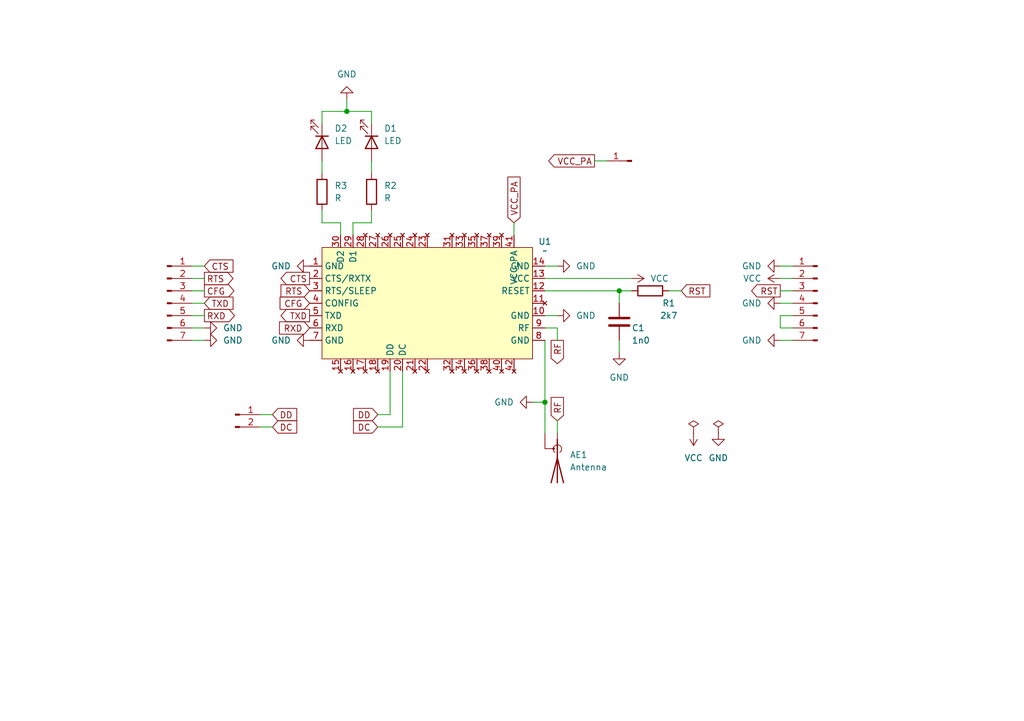
<source format=kicad_sch>
(kicad_sch (version 20231120) (generator "eeschema") (generator_version "8.0")
  (paper "A5")
  (lib_symbols
    (symbol "Connector:Conn_01x01_Pin" (pin_names (offset 1.016) hide)
      (property "Reference" "J" (at 0 2.54 0))
      (property "Value" "Conn_01x01_Pin" (at 0 -2.54 0))
      (symbol "Conn_01x01_Pin_1_1"
        (polyline (pts (xy 1.27 0) (xy 0.8636 0)) (stroke (width 0.1524)))
        (rectangle (start 0.8636 0.127) (end 0 -0.127) (stroke (width 0.1524)) (fill (type outline)))
        (pin passive line (at 5.08 0 180) (length 3.81) (name "Pin_1") (number "1"))
      )
    )
    (symbol "Connector:Conn_01x02_Pin" (pin_names (offset 1.016) hide)
      (property "Reference" "J" (at 0 2.54 0))
      (property "Value" "Conn_01x02_Pin" (at 0 -5.08 0))
      (symbol "Conn_01x02_Pin_1_1"
        (polyline (pts (xy 1.27 -2.54) (xy 0.8636 -2.54)) (stroke (width 0.1524)))
        (polyline (pts (xy 1.27 0) (xy 0.8636 0)) (stroke (width 0.1524)))
        (rectangle (start 0.8636 -2.413) (end 0 -2.667) (stroke (width 0.1524)) (fill (type outline)))
        (rectangle (start 0.8636 0.127) (end 0 -0.127) (stroke (width 0.1524)) (fill (type outline)))
        (pin passive line (at 5.08 0 180) (length 3.81) (name "Pin_1") (number "1"))
        (pin passive line (at 5.08 -2.54 180) (length 3.81) (name "Pin_2") (number "2"))
      )
    )
    (symbol "Connector:Conn_01x07_Pin" (pin_names (offset 1.016) hide)
      (property "Reference" "J" (at 0 10.16 0))
      (property "Value" "Conn_01x07_Pin" (at 0 -10.16 0))
      (symbol "Conn_01x07_Pin_1_1"
        (polyline (pts (xy 1.27 -7.62) (xy 0.8636 -7.62)) (stroke (width 0.1524)))
        (polyline (pts (xy 1.27 -5.08) (xy 0.8636 -5.08)) (stroke (width 0.1524)))
        (polyline (pts (xy 1.27 -2.54) (xy 0.8636 -2.54)) (stroke (width 0.1524)))
        (polyline (pts (xy 1.27 0) (xy 0.8636 0)) (stroke (width 0.1524)))
        (polyline (pts (xy 1.27 2.54) (xy 0.8636 2.54)) (stroke (width 0.1524)))
        (polyline (pts (xy 1.27 5.08) (xy 0.8636 5.08)) (stroke (width 0.1524)))
        (polyline (pts (xy 1.27 7.62) (xy 0.8636 7.62)) (stroke (width 0.1524)))
        (rectangle (start 0.8636 -7.493) (end 0 -7.747) (stroke (width 0.1524)) (fill (type outline)))
        (rectangle (start 0.8636 -4.953) (end 0 -5.207) (stroke (width 0.1524)) (fill (type outline)))
        (rectangle (start 0.8636 -2.413) (end 0 -2.667) (stroke (width 0.1524)) (fill (type outline)))
        (rectangle (start 0.8636 0.127) (end 0 -0.127) (stroke (width 0.1524)) (fill (type outline)))
        (rectangle (start 0.8636 2.667) (end 0 2.413) (stroke (width 0.1524)) (fill (type outline)))
        (rectangle (start 0.8636 5.207) (end 0 4.953) (stroke (width 0.1524)) (fill (type outline)))
        (rectangle (start 0.8636 7.747) (end 0 7.493) (stroke (width 0.1524)) (fill (type outline)))
        (pin passive line (at 5.08 7.62 180) (length 3.81) (name "Pin_1") (number "1"))
        (pin passive line (at 5.08 5.08 180) (length 3.81) (name "Pin_2") (number "2"))
        (pin passive line (at 5.08 2.54 180) (length 3.81) (name "Pin_3") (number "3"))
        (pin passive line (at 5.08 0 180) (length 3.81) (name "Pin_4") (number "4"))
        (pin passive line (at 5.08 -2.54 180) (length 3.81) (name "Pin_5") (number "5"))
        (pin passive line (at 5.08 -5.08 180) (length 3.81) (name "Pin_6") (number "6"))
        (pin passive line (at 5.08 -7.62 180) (length 3.81) (name "Pin_7") (number "7"))
      )
    )
    (symbol "Device:Antenna_Shield" (pin_numbers hide) (pin_names (offset 1.016) hide)
      (property "Reference" "AE" (at -1.905 4.445 0))
      (property "Value" "Antenna_Shield" (at -1.905 2.54 0))
      (symbol "Antenna_Shield_0_1"
        (arc (start -0.508 -1.143) (mid -0.8485 -2.1032) (end 0 -2.667))
        (arc (start 0 -2.667) (mid 0.8047 -2.0885) (end 0.508 -1.143))
        (polyline (pts (xy 0 -2.54) (xy 0 0)))
        (polyline (pts (xy 0 5.08) (xy 0 -3.81)) (stroke (width 0.254)))
        (polyline (pts (xy 0.762 -1.905) (xy 2.54 -1.905)))
        (polyline (pts (xy 2.54 -2.54) (xy 2.54 -1.905)))
        (polyline (pts (xy 1.27 5.08) (xy 0 0) (xy -1.27 5.08)) (stroke (width 0.254)))
        (circle (center 0.762 -1.905) (radius 0.1778) (fill (type outline)))
      )
      (symbol "Antenna_Shield_1_1"
        (pin input line (at 0 -5.08 90) (length 2.54) (name "A") (number "1"))
        (pin input line (at 2.54 -5.08 90) (length 2.54) (name "Shield") (number "2"))
      )
    )
    (symbol "Device:C" (pin_numbers hide) (pin_names (offset 0.254))
      (property "Reference" "C" (at 0.635 2.54 0))
      (property "Value" "C" (at 0.635 -2.54 0))
      (symbol "C_0_1"
        (polyline (pts (xy -2.032 -0.762) (xy 2.032 -0.762)) (stroke (width 0.508)))
        (polyline (pts (xy -2.032 0.762) (xy 2.032 0.762)) (stroke (width 0.508)))
      )
      (symbol "C_1_1"
        (pin passive line (at 0 3.81 270) (length 2.794) (name "~") (number "1"))
        (pin passive line (at 0 -3.81 90) (length 2.794) (name "~") (number "2"))
      )
    )
    (symbol "Device:LED" (pin_numbers hide) (pin_names (offset 1.016) hide)
      (property "Reference" "D" (at 0 2.54 0))
      (property "Value" "LED" (at 0 -2.54 0))
      (symbol "LED_0_1"
        (polyline (pts (xy -1.27 -1.27) (xy -1.27 1.27)) (stroke (width 0.254)))
        (polyline (pts (xy -1.27 0) (xy 1.27 0)))
        (polyline (pts (xy 1.27 -1.27) (xy 1.27 1.27) (xy -1.27 0) (xy 1.27 -1.27)) (stroke (width 0.254)))
        (polyline (pts (xy -3.048 -0.762) (xy -4.572 -2.286) (xy -3.81 -2.286) (xy -4.572 -2.286) (xy -4.572 -1.524)))
        (polyline (pts (xy -1.778 -0.762) (xy -3.302 -2.286) (xy -2.54 -2.286) (xy -3.302 -2.286) (xy -3.302 -1.524)))
      )
      (symbol "LED_1_1"
        (pin passive line (at -3.81 0 0) (length 2.54) (name "K") (number "1"))
        (pin passive line (at 3.81 0 180) (length 2.54) (name "A") (number "2"))
      )
    )
    (symbol "Device:R" (pin_numbers hide) (pin_names (offset 0))
      (property "Reference" "R" (at 2.032 0 90))
      (property "Value" "R" (at 0 0 90))
      (symbol "R_0_1"
        (rectangle (start -1.016 -2.54) (end 1.016 2.54) (stroke (width 0.254)))
      )
      (symbol "R_1_1"
        (pin passive line (at 0 3.81 270) (length 1.27) (name "~") (number "1"))
        (pin passive line (at 0 -3.81 90) (length 1.27) (name "~") (number "2"))
      )
    )
    (symbol "GND_1" (power) (pin_names (offset 0))
      (property "Value" "GND_1" (at 0 -3.81 0))
      (symbol "GND_1_0_1"
        (polyline (pts (xy 0 0) (xy 0 -1.27) (xy 1.27 -1.27) (xy 0 -2.54) (xy -1.27 -1.27) (xy 0 -1.27)))
      )
      (symbol "GND_1_1_1"
        (pin power_in line (at 0 0 270) (length 0) hide (name "GND") (number "1"))
      )
    )
    (symbol "New_Library:RC1780"
      (property "Reference" "U" (at 0 0 0))
      (symbol "RC1780_0_1"
        (rectangle (start 2.54 -2.54) (end 45.72 -25.4) (fill (type background)))
      )
      (symbol "RC1780_1_1"
        (pin power_in line (at 0 -6.35 0) (length 2.54) (name "GND") (number "1"))
        (pin power_in line (at 48.26 -16.51 180) (length 2.54) (name "GND") (number "10"))
        (pin no_connect line (at 48.26 -13.97 180) (length 2.54) (name "") (number "11"))
        (pin input line (at 48.26 -11.43 180) (length 2.54) (name "RESET") (number "12"))
        (pin power_in line (at 48.26 -8.89 180) (length 2.54) (name "VCC") (number "13"))
        (pin power_in line (at 48.26 -6.35 180) (length 2.54) (name "GND") (number "14"))
        (pin no_connect line (at 6.35 -27.94 90) (length 2.54) (name "") (number "15"))
        (pin no_connect line (at 8.89 -27.94 90) (length 2.54) (name "") (number "16"))
        (pin no_connect line (at 11.43 -27.94 90) (length 2.54) (name "") (number "17"))
        (pin no_connect line (at 13.97 -27.94 90) (length 2.54) (name "") (number "18"))
        (pin input line (at 16.51 -27.94 90) (length 2.54) (name "DD") (number "19"))
        (pin output line (at 0 -8.89 0) (length 2.54) (name "CTS/RXTX") (number "2"))
        (pin input line (at 19.05 -27.94 90) (length 2.54) (name "DC") (number "20"))
        (pin no_connect line (at 21.59 -27.94 90) (length 2.54) (name "") (number "21"))
        (pin no_connect line (at 24.13 -27.94 90) (length 2.54) (name "") (number "22"))
        (pin no_connect line (at 24.13 0 270) (length 2.54) (name "") (number "23"))
        (pin no_connect line (at 21.59 0 270) (length 2.54) (name "") (number "24"))
        (pin no_connect line (at 19.05 0 270) (length 2.54) (name "") (number "25"))
        (pin no_connect line (at 16.51 0 270) (length 2.54) (name "") (number "26"))
        (pin no_connect line (at 13.97 0 270) (length 2.54) (name "") (number "27"))
        (pin no_connect line (at 11.43 0 270) (length 2.54) (name "") (number "28"))
        (pin output line (at 8.89 0 270) (length 2.54) (name "D1") (number "29"))
        (pin input line (at 0 -11.43 0) (length 2.54) (name "RTS/SLEEP") (number "3"))
        (pin output line (at 6.35 0 270) (length 2.54) (name "D2") (number "30"))
        (pin no_connect line (at 29.21 0 270) (length 2.54) (name "") (number "31"))
        (pin no_connect line (at 29.21 -27.94 90) (length 2.54) (name "") (number "32"))
        (pin no_connect line (at 31.75 0 270) (length 2.54) (name "") (number "33"))
        (pin no_connect line (at 31.75 -27.94 90) (length 2.54) (name "") (number "34"))
        (pin no_connect line (at 34.29 0 270) (length 2.54) (name "") (number "35"))
        (pin no_connect line (at 34.29 -27.94 90) (length 2.54) (name "") (number "36"))
        (pin no_connect line (at 36.83 0 270) (length 2.54) (name "") (number "37"))
        (pin no_connect line (at 36.83 -27.94 90) (length 2.54) (name "") (number "38"))
        (pin no_connect line (at 39.37 0 270) (length 2.54) (name "") (number "39"))
        (pin input line (at 0 -13.97 0) (length 2.54) (name "CONFIG") (number "4"))
        (pin no_connect line (at 39.37 -27.94 90) (length 2.54) (name "") (number "40"))
        (pin power_in line (at 41.91 0 270) (length 2.54) (name "VCC_PA") (number "41"))
        (pin no_connect line (at 41.91 -27.94 90) (length 2.54) (name "") (number "42"))
        (pin output line (at 0 -16.51 0) (length 2.54) (name "TXD") (number "5"))
        (pin input line (at 0 -19.05 0) (length 2.54) (name "RXD") (number "6"))
        (pin power_in line (at 0 -21.59 0) (length 2.54) (name "GND") (number "7"))
        (pin power_in line (at 48.26 -21.59 180) (length 2.54) (name "GND") (number "8"))
        (pin output line (at 48.26 -19.05 180) (length 2.54) (name "RF") (number "9"))
      )
    )
    (symbol "PWR_FLAG_1" (power) (pin_numbers hide) (pin_names (offset 0) hide)
      (property "Value" "PWR_FLAG_1" (at 0 3.81 0))
      (symbol "PWR_FLAG_1_0_0"
        (pin power_out line (at 0 0 90) (length 0) (name "pwr") (number "1"))
      )
      (symbol "PWR_FLAG_1_0_1"
        (polyline (pts (xy 0 0) (xy 0 1.27) (xy -1.016 1.905) (xy 0 2.54) (xy 1.016 1.905) (xy 0 1.27)))
      )
    )
    (symbol "PWR_FLAG_2" (power) (pin_numbers hide) (pin_names (offset 0) hide)
      (property "Value" "PWR_FLAG_2" (at 0 3.81 0))
      (symbol "PWR_FLAG_2_0_0"
        (pin power_out line (at 0 0 90) (length 0) (name "pwr") (number "1"))
      )
      (symbol "PWR_FLAG_2_0_1"
        (polyline (pts (xy 0 0) (xy 0 1.27) (xy -1.016 1.905) (xy 0 2.54) (xy 1.016 1.905) (xy 0 1.27)))
      )
    )
    (symbol "VCC_1" (power) (pin_names (offset 0))
      (property "Value" "VCC_1" (at 0 3.81 0))
      (symbol "VCC_1_0_1"
        (polyline (pts (xy -0.762 1.27) (xy 0 2.54)))
        (polyline (pts (xy 0 0) (xy 0 2.54)))
        (polyline (pts (xy 0 2.54) (xy 0.762 1.27)))
      )
      (symbol "VCC_1_1_1"
        (pin power_in line (at 0 0 90) (length 0) hide (name "VCC") (number "1"))
      )
    )
    (symbol "power:GND" (power) (pin_names (offset 0))
      (property "Value" "GND" (at 0 -3.81 0))
      (symbol "GND_0_1"
        (polyline (pts (xy 0 0) (xy 0 -1.27) (xy 1.27 -1.27) (xy 0 -2.54) (xy -1.27 -1.27) (xy 0 -1.27)))
      )
      (symbol "GND_1_1"
        (pin power_in line (at 0 0 270) (length 0) hide (name "GND") (number "1"))
      )
    )
    (symbol "power:VCC" (power) (pin_names (offset 0))
      (property "Value" "VCC" (at 0 3.81 0))
      (symbol "VCC_0_1"
        (polyline (pts (xy -0.762 1.27) (xy 0 2.54)))
        (polyline (pts (xy 0 0) (xy 0 2.54)))
        (polyline (pts (xy 0 2.54) (xy 0.762 1.27)))
      )
      (symbol "VCC_1_1"
        (pin power_in line (at 0 0 90) (length 0) hide (name "VCC") (number "1"))
      )
    )
  )
  (junction (at 127 59.69))
  (junction (at 71.12 22.86))
  (junction (at 111.76 82.55))
  (wire (pts (xy 53.34 87.63) (xy 55.88 87.63)))
  (wire (pts (xy 39.37 57.15) (xy 41.91 57.15)))
  (wire (pts (xy 160.02 69.85) (xy 162.56 69.85)))
  (wire (pts (xy 109.22 82.55) (xy 111.76 82.55)))
  (wire (pts (xy 127 62.23) (xy 127 59.69)))
  (wire (pts (xy 72.39 45.72) (xy 76.2 45.72)))
  (wire (pts (xy 111.76 59.69) (xy 127 59.69)))
  (wire (pts (xy 66.04 25.4) (xy 66.04 22.86)))
  (wire (pts (xy 39.37 59.69) (xy 41.91 59.69)))
  (wire (pts (xy 137.16 59.69) (xy 139.7 59.69)))
  (wire (pts (xy 111.76 54.61) (xy 114.3 54.61)))
  (wire (pts (xy 111.76 82.55) (xy 111.76 88.9)))
  (wire (pts (xy 105.41 45.72) (xy 105.41 48.26)))
  (wire (pts (xy 71.12 22.86) (xy 76.2 22.86)))
  (wire (pts (xy 66.04 45.72) (xy 69.85 45.72)))
  (wire (pts (xy 66.04 22.86) (xy 71.12 22.86)))
  (wire (pts (xy 127 72.39) (xy 127 69.85)))
  (wire (pts (xy 160.02 67.31) (xy 162.56 67.31)))
  (wire (pts (xy 39.37 54.61) (xy 41.91 54.61)))
  (wire (pts (xy 111.76 69.85) (xy 111.76 82.55)))
  (wire (pts (xy 160.02 62.23) (xy 162.56 62.23)))
  (wire (pts (xy 160.02 57.15) (xy 162.56 57.15)))
  (wire (pts (xy 114.3 86.36) (xy 114.3 88.9)))
  (wire (pts (xy 72.39 48.26) (xy 72.39 45.72)))
  (wire (pts (xy 39.37 67.31) (xy 41.91 67.31)))
  (wire (pts (xy 114.3 67.31) (xy 114.3 69.85)))
  (wire (pts (xy 111.76 64.77) (xy 114.3 64.77)))
  (wire (pts (xy 160.02 54.61) (xy 162.56 54.61)))
  (wire (pts (xy 160.02 64.77) (xy 162.56 64.77)))
  (wire (pts (xy 71.12 20.32) (xy 71.12 22.86)))
  (wire (pts (xy 66.04 43.18) (xy 66.04 45.72)))
  (wire (pts (xy 53.34 85.09) (xy 55.88 85.09)))
  (wire (pts (xy 121.92 33.02) (xy 124.46 33.02)))
  (wire (pts (xy 76.2 33.02) (xy 76.2 35.56)))
  (wire (pts (xy 77.47 85.09) (xy 80.01 85.09)))
  (wire (pts (xy 111.76 57.15) (xy 129.54 57.15)))
  (wire (pts (xy 39.37 62.23) (xy 41.91 62.23)))
  (wire (pts (xy 39.37 69.85) (xy 41.91 69.85)))
  (wire (pts (xy 69.85 45.72) (xy 69.85 48.26)))
  (wire (pts (xy 160.02 64.77) (xy 160.02 67.31)))
  (wire (pts (xy 66.04 33.02) (xy 66.04 35.56)))
  (wire (pts (xy 82.55 76.2) (xy 82.55 87.63)))
  (wire (pts (xy 160.02 59.69) (xy 162.56 59.69)))
  (wire (pts (xy 127 59.69) (xy 129.54 59.69)))
  (wire (pts (xy 80.01 76.2) (xy 80.01 85.09)))
  (wire (pts (xy 76.2 43.18) (xy 76.2 45.72)))
  (wire (pts (xy 76.2 25.4) (xy 76.2 22.86)))
  (wire (pts (xy 111.76 67.31) (xy 114.3 67.31)))
  (wire (pts (xy 77.47 87.63) (xy 82.55 87.63)))
  (wire (pts (xy 39.37 64.77) (xy 41.91 64.77)))
  (global_label "TXD" (shape output) (at 63.5 64.77 180) (property "Intersheetrefs" "${INTERSHEET_REFS}" (effects (hide yes))))
  (global_label "RTS" (shape input) (at 63.5 59.69 180) (property "Intersheetrefs" "${INTERSHEET_REFS}" (effects (hide yes))))
  (global_label "TXD" (shape input) (at 41.91 62.23 0) (property "Intersheetrefs" "${INTERSHEET_REFS}" (effects (hide yes))))
  (global_label "RXD" (shape output) (at 41.91 64.77 0) (property "Intersheetrefs" "${INTERSHEET_REFS}" (effects (hide yes))))
  (global_label "RXD" (shape input) (at 63.5 67.31 180) (property "Intersheetrefs" "${INTERSHEET_REFS}" (effects (hide yes))))
  (global_label "CTS" (shape input) (at 41.91 54.61 0) (property "Intersheetrefs" "${INTERSHEET_REFS}" (effects (hide yes))))
  (global_label "DC" (shape input) (at 55.88 87.63 0) (property "Intersheetrefs" "${INTERSHEET_REFS}" (effects (hide yes))))
  (global_label "RF" (shape output) (at 114.3 69.85 270) (property "Intersheetrefs" "${INTERSHEET_REFS}" (effects (hide yes))))
  (global_label "DD" (shape input) (at 55.88 85.09 0) (property "Intersheetrefs" "${INTERSHEET_REFS}" (effects (hide yes))))
  (global_label "RST" (shape output) (at 160.02 59.69 180) (property "Intersheetrefs" "${INTERSHEET_REFS}" (effects (hide yes))))
  (global_label "DC" (shape input) (at 77.47 87.63 180) (property "Intersheetrefs" "${INTERSHEET_REFS}" (effects (hide yes))))
  (global_label "VCC_PA" (shape input) (at 105.41 45.72 90) (property "Intersheetrefs" "${INTERSHEET_REFS}" (effects (hide yes))))
  (global_label "DD" (shape input) (at 77.47 85.09 180) (property "Intersheetrefs" "${INTERSHEET_REFS}" (effects (hide yes))))
  (global_label "VCC_PA" (shape output) (at 121.92 33.02 180) (property "Intersheetrefs" "${INTERSHEET_REFS}" (effects (hide yes))))
  (global_label "RTS" (shape output) (at 41.91 57.15 0) (property "Intersheetrefs" "${INTERSHEET_REFS}" (effects (hide yes))))
  (global_label "RF" (shape input) (at 114.3 86.36 90) (property "Intersheetrefs" "${INTERSHEET_REFS}" (effects (hide yes))))
  (global_label "CFG" (shape input) (at 63.5 62.23 180) (property "Intersheetrefs" "${INTERSHEET_REFS}" (effects (hide yes))))
  (global_label "RST" (shape input) (at 139.7 59.69 0) (property "Intersheetrefs" "${INTERSHEET_REFS}" (effects (hide yes))))
  (global_label "CFG" (shape output) (at 41.91 59.69 0) (property "Intersheetrefs" "${INTERSHEET_REFS}" (effects (hide yes))))
  (global_label "CTS" (shape output) (at 63.5 57.15 180) (property "Intersheetrefs" "${INTERSHEET_REFS}" (effects (hide yes))))
  (symbol (lib_id "Device:C") (at 127 66.04 0) (unit 1)
    (property "Reference" "C1" (at 129.54 67.31 0) (effects (justify left)))
    (property "Value" "1n0" (at 129.54 69.85 0) (effects (justify left)))
    (property "Footprint" "Capacitor_SMD:C_0805_2012Metric_Pad1.18x1.45mm_HandSolder" (effects (hide yes)))
  )
  (symbol (lib_id "Connector:Conn_01x07_Pin") (at 167.64 62.23 0) (mirror y) (unit 1)
    (property "Reference" "J2" (effects (hide yes)))
    (property "Value" "Conn_01x07_Pin" (effects (hide yes)))
    (property "Footprint" "Connector_PinHeader_2.54mm:PinHeader_1x07_P2.54mm_Vertical" (effects (hide yes)))
  )
  (symbol (lib_name "PWR_FLAG_2") (lib_id "power:PWR_FLAG") (at 142.24 88.9 0) (unit 1)
    (property "Reference" "#FLG01" (effects (hide yes)))
    (property "Value" "PWR_FLAG" (effects (hide yes)))
  )
  (symbol (lib_name "GND_1") (lib_id "power:GND") (at 114.3 54.61 90) (unit 1)
    (property "Reference" "#PWR06" (effects (hide yes)))
    (property "Value" "GND" (at 118.11 54.61 90) (effects (justify right)))
  )
  (symbol (lib_name "GND_1") (lib_id "power:GND") (at 109.22 82.55 270) (unit 1)
    (property "Reference" "#PWR05" (effects (hide yes)))
    (property "Value" "GND" (at 105.41 82.55 90) (effects (justify right)))
  )
  (symbol (lib_name "VCC_1") (lib_id "power:VCC") (at 129.54 57.15 270) (unit 1)
    (property "Reference" "#PWR09" (effects (hide yes)))
    (property "Value" "VCC" (at 133.35 57.15 90) (effects (justify left)))
  )
  (symbol (lib_id "Device:R") (at 76.2 39.37 0) (unit 1)
    (property "Reference" "R2" (at 78.74 38.0999 0) (effects (justify left)))
    (property "Value" "R" (at 78.74 40.6399 0) (effects (justify left)))
    (property "Footprint" "Resistor_THT:R_Axial_DIN0207_L6.3mm_D2.5mm_P7.62mm_Horizontal" (effects (hide yes)))
    (property "Description" "Resistor" (effects (hide yes)))
  )
  (symbol (lib_id "Device:LED") (at 76.2 29.21 270) (unit 1)
    (property "Reference" "D1" (at 78.74 26.3524 90) (effects (justify left)))
    (property "Value" "LED" (at 78.74 28.8924 90) (effects (justify left)))
    (property "Footprint" "LED_THT:LED_D3.0mm" (effects (hide yes)))
    (property "Description" "Light emitting diode" (effects (hide yes)))
  )
  (symbol (lib_name "GND_1") (lib_id "power:GND") (at 127 72.39 0) (unit 1)
    (property "Reference" "#PWR08" (effects (hide yes)))
    (property "Value" "GND" (at 127 77.47 0))
  )
  (symbol (lib_name "GND_1") (lib_id "power:GND") (at 63.5 69.85 270) (unit 1)
    (property "Reference" "#PWR04" (effects (hide yes)))
    (property "Value" "GND" (at 59.69 69.85 90) (effects (justify right)))
  )
  (symbol (lib_id "Connector:Conn_01x01_Pin") (at 129.54 33.02 180) (unit 1)
    (property "Reference" "J4" (effects (hide yes)))
    (property "Value" "Conn_01x01_Pin" (effects (hide yes)))
    (property "Footprint" "Connector_PinHeader_2.54mm:PinHeader_1x01_P2.54mm_Vertical" (effects (hide yes)))
    (property "Description" "Generic connector, single row, 01x01, script generated" (effects (hide yes)))
  )
  (symbol (lib_id "Device:Antenna_Shield") (at 114.3 93.98 180) (unit 1)
    (property "Reference" "AE1" (at 116.84 93.3449 0) (effects (justify right)))
    (property "Value" "Antenna" (at 116.84 95.8849 0) (effects (justify right)))
    (property "Footprint" "Connector_Coaxial:SMA_Amphenol_901-144_Vertical" (effects (hide yes)))
  )
  (symbol (lib_id "power:VCC") (at 142.24 88.9 180) (unit 1)
    (property "Reference" "#PWR010" (effects (hide yes)))
    (property "Value" "VCC" (at 142.24 93.98 0))
  )
  (symbol (lib_id "Connector:Conn_01x07_Pin") (at 34.29 62.23 0) (unit 1)
    (property "Reference" "J1" (effects (hide yes)))
    (property "Value" "Conn_01x07_Pin" (effects (hide yes)))
    (property "Footprint" "Connector_PinHeader_2.54mm:PinHeader_1x07_P2.54mm_Vertical" (effects (hide yes)))
  )
  (symbol (lib_id "Device:R") (at 66.04 39.37 0) (unit 1)
    (property "Reference" "R3" (at 68.58 38.0999 0) (effects (justify left)))
    (property "Value" "R" (at 68.58 40.6399 0) (effects (justify left)))
    (property "Footprint" "Resistor_THT:R_Axial_DIN0207_L6.3mm_D2.5mm_P7.62mm_Horizontal" (effects (hide yes)))
    (property "Description" "Resistor" (effects (hide yes)))
  )
  (symbol (lib_name "GND_1") (lib_id "power:GND") (at 160.02 54.61 270) (unit 1)
    (property "Reference" "#PWR012" (effects (hide yes)))
    (property "Value" "GND" (at 156.21 54.61 90) (effects (justify right)))
  )
  (symbol (lib_name "GND_1") (lib_id "power:GND") (at 41.91 69.85 90) (unit 1)
    (property "Reference" "#PWR02" (effects (hide yes)))
    (property "Value" "GND" (at 45.72 69.85 90) (effects (justify right)))
  )
  (symbol (lib_name "GND_1") (lib_id "power:GND") (at 41.91 67.31 90) (unit 1)
    (property "Reference" "#PWR01" (effects (hide yes)))
    (property "Value" "GND" (at 45.72 67.31 90) (effects (justify right)))
  )
  (symbol (lib_name "GND_1") (lib_id "power:GND") (at 114.3 64.77 90) (unit 1)
    (property "Reference" "#PWR07" (effects (hide yes)))
    (property "Value" "GND" (at 118.11 64.77 90) (effects (justify right)))
  )
  (symbol (lib_id "Device:LED") (at 66.04 29.21 270) (unit 1)
    (property "Reference" "D2" (at 68.58 26.3524 90) (effects (justify left)))
    (property "Value" "LED" (at 68.58 28.8924 90) (effects (justify left)))
    (property "Footprint" "LED_THT:LED_D3.0mm" (effects (hide yes)))
    (property "Description" "Light emitting diode" (effects (hide yes)))
  )
  (symbol (lib_id "Connector:Conn_01x02_Pin") (at 48.26 85.09 0) (unit 1)
    (property "Reference" "J3" (effects (hide yes)))
    (property "Value" "Conn_01x02_Pin" (effects (hide yes)))
    (property "Footprint" "Connector_PinHeader_2.54mm:PinHeader_1x02_P2.54mm_Vertical" (effects (hide yes)))
  )
  (symbol (lib_name "GND_1") (lib_id "power:GND") (at 160.02 62.23 270) (unit 1)
    (property "Reference" "#PWR014" (effects (hide yes)))
    (property "Value" "GND" (at 156.21 62.23 90) (effects (justify right)))
  )
  (symbol (lib_name "GND_1") (lib_id "power:GND") (at 63.5 54.61 270) (unit 1)
    (property "Reference" "#PWR03" (effects (hide yes)))
    (property "Value" "GND" (at 59.69 54.61 90) (effects (justify right)))
  )
  (symbol (lib_id "Device:R") (at 133.35 59.69 270) (unit 1)
    (property "Reference" "R1" (at 137.16 62.23 90))
    (property "Value" "2k7" (at 137.16 64.77 90))
    (property "Footprint" "Resistor_SMD:R_0805_2012Metric_Pad1.20x1.40mm_HandSolder" (effects (hide yes)))
  )
  (symbol (lib_name "GND_1") (lib_id "power:GND") (at 71.12 20.32 180) (unit 1)
    (property "Reference" "#PWR016" (effects (hide yes)))
    (property "Value" "GND" (at 71.12 15.24 0))
  )
  (symbol (lib_id "New_Library:RC1780") (at 63.5 48.26 0) (unit 1)
    (property "Reference" "U1" (at 111.76 49.5614 0))
    (property "Value" "~" (at 111.76 51.4665 0))
    (property "Footprint" "Library:RC1780HP" (effects (hide yes)))
  )
  (symbol (lib_id "power:GND") (at 147.32 88.9 0) (unit 1)
    (property "Reference" "#PWR011" (effects (hide yes)))
    (property "Value" "GND" (at 147.32 93.98 0))
  )
  (symbol (lib_name "GND_1") (lib_id "power:GND") (at 160.02 69.85 270) (unit 1)
    (property "Reference" "#PWR015" (effects (hide yes)))
    (property "Value" "GND" (at 156.21 69.85 90) (effects (justify right)))
  )
  (symbol (lib_name "PWR_FLAG_1") (lib_id "power:PWR_FLAG") (at 147.32 88.9 0) (unit 1)
    (property "Reference" "#FLG02" (effects (hide yes)))
    (property "Value" "PWR_FLAG" (effects (hide yes)))
  )
  (symbol (lib_name "VCC_1") (lib_id "power:VCC") (at 160.02 57.15 90) (unit 1)
    (property "Reference" "#PWR013" (effects (hide yes)))
    (property "Value" "VCC" (at 156.21 57.15 90) (effects (justify left)))
  )
)
</source>
